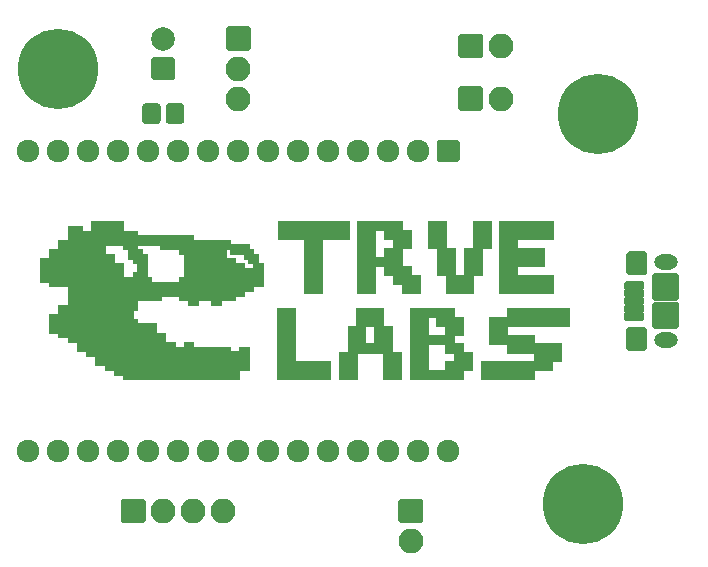
<source format=gbr>
%TF.GenerationSoftware,KiCad,Pcbnew,5.1.10*%
%TF.CreationDate,2021-10-27T21:54:33+02:00*%
%TF.ProjectId,JeanCloud_pcb_regular,4a65616e-436c-46f7-9564-5f7063625f72,rev?*%
%TF.SameCoordinates,Original*%
%TF.FileFunction,Soldermask,Top*%
%TF.FilePolarity,Negative*%
%FSLAX46Y46*%
G04 Gerber Fmt 4.6, Leading zero omitted, Abs format (unit mm)*
G04 Created by KiCad (PCBNEW 5.1.10) date 2021-10-27 21:54:33*
%MOMM*%
%LPD*%
G01*
G04 APERTURE LIST*
%ADD10C,0.010000*%
%ADD11C,6.800000*%
%ADD12C,1.924000*%
%ADD13O,2.000000X1.300000*%
%ADD14O,2.100000X2.100000*%
%ADD15C,2.000000*%
G04 APERTURE END LIST*
D10*
%TO.C,G\u002A\u002A\u002A*%
G36*
X91418834Y-46206834D02*
G01*
X88413167Y-46206834D01*
X88413167Y-46926500D01*
X90656834Y-46926500D01*
X90656834Y-48450500D01*
X88413167Y-48450500D01*
X88413167Y-49191334D01*
X91418834Y-49191334D01*
X91418834Y-50715334D01*
X86889167Y-50715334D01*
X86889167Y-44682834D01*
X91418834Y-44682834D01*
X91418834Y-46206834D01*
G37*
X91418834Y-46206834D02*
X88413167Y-46206834D01*
X88413167Y-46926500D01*
X90656834Y-46926500D01*
X90656834Y-48450500D01*
X88413167Y-48450500D01*
X88413167Y-49191334D01*
X91418834Y-49191334D01*
X91418834Y-50715334D01*
X86889167Y-50715334D01*
X86889167Y-44682834D01*
X91418834Y-44682834D01*
X91418834Y-46206834D01*
G36*
X82401834Y-46926500D02*
G01*
X83142667Y-46926500D01*
X83142667Y-49191334D01*
X83883500Y-49191334D01*
X83883500Y-46926500D01*
X84624334Y-46926500D01*
X84624334Y-44682834D01*
X86148334Y-44682834D01*
X86148334Y-46947667D01*
X85407500Y-46947667D01*
X85407500Y-49212500D01*
X84645500Y-49212500D01*
X84645500Y-50715334D01*
X82380667Y-50715334D01*
X82380667Y-49212500D01*
X81618667Y-49212500D01*
X81618667Y-46947667D01*
X80877834Y-46947667D01*
X80877834Y-44682834D01*
X82401834Y-44682834D01*
X82401834Y-46926500D01*
G37*
X82401834Y-46926500D02*
X83142667Y-46926500D01*
X83142667Y-49191334D01*
X83883500Y-49191334D01*
X83883500Y-46926500D01*
X84624334Y-46926500D01*
X84624334Y-44682834D01*
X86148334Y-44682834D01*
X86148334Y-46947667D01*
X85407500Y-46947667D01*
X85407500Y-49212500D01*
X84645500Y-49212500D01*
X84645500Y-50715334D01*
X82380667Y-50715334D01*
X82380667Y-49212500D01*
X81618667Y-49212500D01*
X81618667Y-46947667D01*
X80877834Y-46947667D01*
X80877834Y-44682834D01*
X82401834Y-44682834D01*
X82401834Y-46926500D01*
G36*
X78655334Y-45423667D02*
G01*
X79396167Y-45423667D01*
X79396167Y-46947667D01*
X78655334Y-46947667D01*
X78655334Y-48429334D01*
X79396167Y-48429334D01*
X79396167Y-49191334D01*
X80158167Y-49191334D01*
X80158167Y-50715334D01*
X78634167Y-50715334D01*
X78634167Y-49953334D01*
X77872167Y-49953334D01*
X77872167Y-49212500D01*
X77131334Y-49212500D01*
X77131334Y-48450500D01*
X76390500Y-48450500D01*
X76390500Y-50715334D01*
X74866500Y-50715334D01*
X74866500Y-45444834D01*
X76390500Y-45444834D01*
X76390500Y-47688500D01*
X77131334Y-47688500D01*
X77131334Y-46926500D01*
X77872167Y-46926500D01*
X77872167Y-46206834D01*
X77131334Y-46206834D01*
X77131334Y-45444834D01*
X76390500Y-45444834D01*
X74866500Y-45444834D01*
X74866500Y-44682834D01*
X78655334Y-44682834D01*
X78655334Y-45423667D01*
G37*
X78655334Y-45423667D02*
X79396167Y-45423667D01*
X79396167Y-46947667D01*
X78655334Y-46947667D01*
X78655334Y-48429334D01*
X79396167Y-48429334D01*
X79396167Y-49191334D01*
X80158167Y-49191334D01*
X80158167Y-50715334D01*
X78634167Y-50715334D01*
X78634167Y-49953334D01*
X77872167Y-49953334D01*
X77872167Y-49212500D01*
X77131334Y-49212500D01*
X77131334Y-48450500D01*
X76390500Y-48450500D01*
X76390500Y-50715334D01*
X74866500Y-50715334D01*
X74866500Y-45444834D01*
X76390500Y-45444834D01*
X76390500Y-47688500D01*
X77131334Y-47688500D01*
X77131334Y-46926500D01*
X77872167Y-46926500D01*
X77872167Y-46206834D01*
X77131334Y-46206834D01*
X77131334Y-45444834D01*
X76390500Y-45444834D01*
X74866500Y-45444834D01*
X74866500Y-44682834D01*
X78655334Y-44682834D01*
X78655334Y-45423667D01*
G36*
X74146834Y-46206834D02*
G01*
X71882000Y-46206834D01*
X71882000Y-50715334D01*
X70358000Y-50715334D01*
X70358000Y-46206834D01*
X68114334Y-46206834D01*
X68114334Y-44682834D01*
X74146834Y-44682834D01*
X74146834Y-46206834D01*
G37*
X74146834Y-46206834D02*
X71882000Y-46206834D01*
X71882000Y-50715334D01*
X70358000Y-50715334D01*
X70358000Y-46206834D01*
X68114334Y-46206834D01*
X68114334Y-44682834D01*
X74146834Y-44682834D01*
X74146834Y-46206834D01*
G36*
X92815834Y-53530500D02*
G01*
X87566500Y-53530500D01*
X87566500Y-54271334D01*
X89810167Y-54271334D01*
X89810167Y-55012167D01*
X92075000Y-55012167D01*
X92075000Y-56536167D01*
X91313000Y-56536167D01*
X91313000Y-57298167D01*
X89810167Y-57298167D01*
X89810167Y-58039000D01*
X85301667Y-58039000D01*
X85301667Y-56515000D01*
X89789000Y-56515000D01*
X89789000Y-55795334D01*
X87545334Y-55795334D01*
X87545334Y-55033334D01*
X86042500Y-55033334D01*
X86042500Y-52768500D01*
X87545334Y-52768500D01*
X87545334Y-52006500D01*
X92815834Y-52006500D01*
X92815834Y-53530500D01*
G37*
X92815834Y-53530500D02*
X87566500Y-53530500D01*
X87566500Y-54271334D01*
X89810167Y-54271334D01*
X89810167Y-55012167D01*
X92075000Y-55012167D01*
X92075000Y-56536167D01*
X91313000Y-56536167D01*
X91313000Y-57298167D01*
X89810167Y-57298167D01*
X89810167Y-58039000D01*
X85301667Y-58039000D01*
X85301667Y-56515000D01*
X89789000Y-56515000D01*
X89789000Y-55795334D01*
X87545334Y-55795334D01*
X87545334Y-55033334D01*
X86042500Y-55033334D01*
X86042500Y-52768500D01*
X87545334Y-52768500D01*
X87545334Y-52006500D01*
X92815834Y-52006500D01*
X92815834Y-53530500D01*
G36*
X83058000Y-52768500D02*
G01*
X83820000Y-52768500D01*
X83820000Y-54292500D01*
X83058000Y-54292500D01*
X83058000Y-55012167D01*
X83820000Y-55012167D01*
X83820000Y-55774167D01*
X84560834Y-55774167D01*
X84560834Y-57298167D01*
X83820000Y-57298167D01*
X83820000Y-58039000D01*
X79290334Y-58039000D01*
X79290334Y-55033334D01*
X80814334Y-55033334D01*
X80814334Y-57277000D01*
X82296000Y-57277000D01*
X82296000Y-56515000D01*
X83036834Y-56515000D01*
X83036834Y-55795334D01*
X82296000Y-55795334D01*
X82296000Y-55033334D01*
X80814334Y-55033334D01*
X79290334Y-55033334D01*
X79290334Y-52789667D01*
X80814334Y-52789667D01*
X80814334Y-54271334D01*
X82296000Y-54271334D01*
X82296000Y-53530500D01*
X81534000Y-53530500D01*
X81534000Y-52789667D01*
X80814334Y-52789667D01*
X79290334Y-52789667D01*
X79290334Y-52006500D01*
X83058000Y-52006500D01*
X83058000Y-52768500D01*
G37*
X83058000Y-52768500D02*
X83820000Y-52768500D01*
X83820000Y-54292500D01*
X83058000Y-54292500D01*
X83058000Y-55012167D01*
X83820000Y-55012167D01*
X83820000Y-55774167D01*
X84560834Y-55774167D01*
X84560834Y-57298167D01*
X83820000Y-57298167D01*
X83820000Y-58039000D01*
X79290334Y-58039000D01*
X79290334Y-55033334D01*
X80814334Y-55033334D01*
X80814334Y-57277000D01*
X82296000Y-57277000D01*
X82296000Y-56515000D01*
X83036834Y-56515000D01*
X83036834Y-55795334D01*
X82296000Y-55795334D01*
X82296000Y-55033334D01*
X80814334Y-55033334D01*
X79290334Y-55033334D01*
X79290334Y-52789667D01*
X80814334Y-52789667D01*
X80814334Y-54271334D01*
X82296000Y-54271334D01*
X82296000Y-53530500D01*
X81534000Y-53530500D01*
X81534000Y-52789667D01*
X80814334Y-52789667D01*
X79290334Y-52789667D01*
X79290334Y-52006500D01*
X83058000Y-52006500D01*
X83058000Y-52768500D01*
G36*
X77046667Y-53509334D02*
G01*
X77808667Y-53509334D01*
X77808667Y-55774167D01*
X78549500Y-55774167D01*
X78549500Y-58039000D01*
X77025500Y-58039000D01*
X77025500Y-55795334D01*
X74803000Y-55795334D01*
X74803000Y-58039000D01*
X73279000Y-58039000D01*
X73279000Y-55774167D01*
X74041000Y-55774167D01*
X74041000Y-53530500D01*
X75543834Y-53530500D01*
X75543834Y-55012167D01*
X76284667Y-55012167D01*
X76284667Y-53530500D01*
X75543834Y-53530500D01*
X74041000Y-53530500D01*
X74041000Y-53509334D01*
X74781834Y-53509334D01*
X74781834Y-52006500D01*
X77046667Y-52006500D01*
X77046667Y-53509334D01*
G37*
X77046667Y-53509334D02*
X77808667Y-53509334D01*
X77808667Y-55774167D01*
X78549500Y-55774167D01*
X78549500Y-58039000D01*
X77025500Y-58039000D01*
X77025500Y-55795334D01*
X74803000Y-55795334D01*
X74803000Y-58039000D01*
X73279000Y-58039000D01*
X73279000Y-55774167D01*
X74041000Y-55774167D01*
X74041000Y-53530500D01*
X75543834Y-53530500D01*
X75543834Y-55012167D01*
X76284667Y-55012167D01*
X76284667Y-53530500D01*
X75543834Y-53530500D01*
X74041000Y-53530500D01*
X74041000Y-53509334D01*
X74781834Y-53509334D01*
X74781834Y-52006500D01*
X77046667Y-52006500D01*
X77046667Y-53509334D01*
G36*
X69553667Y-56515000D02*
G01*
X72559334Y-56515000D01*
X72559334Y-58039000D01*
X68029667Y-58039000D01*
X68029667Y-52006500D01*
X69553667Y-52006500D01*
X69553667Y-56515000D01*
G37*
X69553667Y-56515000D02*
X72559334Y-56515000D01*
X72559334Y-58039000D01*
X68029667Y-58039000D01*
X68029667Y-52006500D01*
X69553667Y-52006500D01*
X69553667Y-56515000D01*
G36*
X55054500Y-45466000D02*
G01*
X56239834Y-45466000D01*
X56239834Y-45847000D01*
X60960000Y-45847000D01*
X60960000Y-46249167D01*
X64092667Y-46249167D01*
X64092667Y-46630167D01*
X65659000Y-46630167D01*
X65659000Y-47032334D01*
X66061167Y-47032334D01*
X66061167Y-47434500D01*
X66463334Y-47434500D01*
X66463334Y-48217667D01*
X66844334Y-48217667D01*
X66844334Y-50186167D01*
X66061167Y-50186167D01*
X66061167Y-50588334D01*
X65278000Y-50588334D01*
X65278000Y-50990500D01*
X64494834Y-50990500D01*
X64494834Y-51371500D01*
X63309500Y-51371500D01*
X63309500Y-51773667D01*
X62505167Y-51773667D01*
X62505167Y-51371500D01*
X61341000Y-51371500D01*
X61341000Y-51773667D01*
X60536667Y-51773667D01*
X60536667Y-51371500D01*
X59753500Y-51371500D01*
X59753500Y-50990500D01*
X58208334Y-50990500D01*
X58208334Y-51371500D01*
X56239834Y-51371500D01*
X56239834Y-52154667D01*
X55858834Y-52154667D01*
X55858834Y-52916667D01*
X56239834Y-52916667D01*
X56239834Y-53318834D01*
X57806167Y-53318834D01*
X57806167Y-54102000D01*
X58589334Y-54102000D01*
X58589334Y-54885167D01*
X59393667Y-54885167D01*
X59393667Y-55287334D01*
X60155667Y-55287334D01*
X60155667Y-54885167D01*
X60960000Y-54885167D01*
X60960000Y-55287334D01*
X64092667Y-55287334D01*
X64092667Y-55668334D01*
X64854667Y-55668334D01*
X64854667Y-55287334D01*
X65659000Y-55287334D01*
X65659000Y-57255834D01*
X64875834Y-57255834D01*
X64875834Y-58039000D01*
X55054500Y-58039000D01*
X55054500Y-57658000D01*
X54250167Y-57658000D01*
X54250167Y-57255834D01*
X53467000Y-57255834D01*
X53467000Y-56874834D01*
X52683834Y-56874834D01*
X52683834Y-56091667D01*
X51900667Y-56091667D01*
X51900667Y-55689500D01*
X51117500Y-55689500D01*
X51117500Y-54906334D01*
X50334334Y-54906334D01*
X50334334Y-54504167D01*
X49551167Y-54504167D01*
X49551167Y-54123167D01*
X48768000Y-54123167D01*
X48768000Y-52535667D01*
X49551167Y-52535667D01*
X49551167Y-51752500D01*
X50334334Y-51752500D01*
X50334334Y-50186167D01*
X48768000Y-50186167D01*
X48768000Y-49805167D01*
X47984834Y-49805167D01*
X47984834Y-47815500D01*
X48768000Y-47815500D01*
X48768000Y-47032334D01*
X49551167Y-47032334D01*
X49551167Y-46651334D01*
X53488167Y-46651334D01*
X53488167Y-47434500D01*
X54271334Y-47434500D01*
X54271334Y-48217667D01*
X55054500Y-48217667D01*
X55054500Y-49381834D01*
X55837667Y-49381834D01*
X55837667Y-49000834D01*
X56218667Y-49000834D01*
X56218667Y-48238834D01*
X55837667Y-48238834D01*
X55837667Y-47836667D01*
X55435500Y-47836667D01*
X55435500Y-47053500D01*
X55054500Y-47053500D01*
X55054500Y-46651334D01*
X56239834Y-46651334D01*
X56239834Y-47032334D01*
X56642000Y-47032334D01*
X56642000Y-47434500D01*
X57023000Y-47434500D01*
X57023000Y-49381834D01*
X57425167Y-49381834D01*
X57425167Y-49784000D01*
X59753500Y-49784000D01*
X59753500Y-49381834D01*
X60155667Y-49381834D01*
X60155667Y-47455667D01*
X59753500Y-47455667D01*
X59753500Y-47053500D01*
X63711667Y-47053500D01*
X63711667Y-47815500D01*
X64494834Y-47815500D01*
X64494834Y-48217667D01*
X65278000Y-48217667D01*
X65278000Y-48598667D01*
X66040000Y-48598667D01*
X66040000Y-48238834D01*
X65637834Y-48238834D01*
X65637834Y-47836667D01*
X65256834Y-47836667D01*
X65256834Y-47455667D01*
X64071500Y-47455667D01*
X64071500Y-47053500D01*
X63711667Y-47053500D01*
X59753500Y-47053500D01*
X58187167Y-47053500D01*
X58187167Y-46651334D01*
X56239834Y-46651334D01*
X55054500Y-46651334D01*
X53488167Y-46651334D01*
X49551167Y-46651334D01*
X49551167Y-46249167D01*
X50334334Y-46249167D01*
X50334334Y-45063834D01*
X51540834Y-45063834D01*
X51540834Y-45466000D01*
X52302834Y-45466000D01*
X52302834Y-44682834D01*
X55054500Y-44682834D01*
X55054500Y-45466000D01*
G37*
X55054500Y-45466000D02*
X56239834Y-45466000D01*
X56239834Y-45847000D01*
X60960000Y-45847000D01*
X60960000Y-46249167D01*
X64092667Y-46249167D01*
X64092667Y-46630167D01*
X65659000Y-46630167D01*
X65659000Y-47032334D01*
X66061167Y-47032334D01*
X66061167Y-47434500D01*
X66463334Y-47434500D01*
X66463334Y-48217667D01*
X66844334Y-48217667D01*
X66844334Y-50186167D01*
X66061167Y-50186167D01*
X66061167Y-50588334D01*
X65278000Y-50588334D01*
X65278000Y-50990500D01*
X64494834Y-50990500D01*
X64494834Y-51371500D01*
X63309500Y-51371500D01*
X63309500Y-51773667D01*
X62505167Y-51773667D01*
X62505167Y-51371500D01*
X61341000Y-51371500D01*
X61341000Y-51773667D01*
X60536667Y-51773667D01*
X60536667Y-51371500D01*
X59753500Y-51371500D01*
X59753500Y-50990500D01*
X58208334Y-50990500D01*
X58208334Y-51371500D01*
X56239834Y-51371500D01*
X56239834Y-52154667D01*
X55858834Y-52154667D01*
X55858834Y-52916667D01*
X56239834Y-52916667D01*
X56239834Y-53318834D01*
X57806167Y-53318834D01*
X57806167Y-54102000D01*
X58589334Y-54102000D01*
X58589334Y-54885167D01*
X59393667Y-54885167D01*
X59393667Y-55287334D01*
X60155667Y-55287334D01*
X60155667Y-54885167D01*
X60960000Y-54885167D01*
X60960000Y-55287334D01*
X64092667Y-55287334D01*
X64092667Y-55668334D01*
X64854667Y-55668334D01*
X64854667Y-55287334D01*
X65659000Y-55287334D01*
X65659000Y-57255834D01*
X64875834Y-57255834D01*
X64875834Y-58039000D01*
X55054500Y-58039000D01*
X55054500Y-57658000D01*
X54250167Y-57658000D01*
X54250167Y-57255834D01*
X53467000Y-57255834D01*
X53467000Y-56874834D01*
X52683834Y-56874834D01*
X52683834Y-56091667D01*
X51900667Y-56091667D01*
X51900667Y-55689500D01*
X51117500Y-55689500D01*
X51117500Y-54906334D01*
X50334334Y-54906334D01*
X50334334Y-54504167D01*
X49551167Y-54504167D01*
X49551167Y-54123167D01*
X48768000Y-54123167D01*
X48768000Y-52535667D01*
X49551167Y-52535667D01*
X49551167Y-51752500D01*
X50334334Y-51752500D01*
X50334334Y-50186167D01*
X48768000Y-50186167D01*
X48768000Y-49805167D01*
X47984834Y-49805167D01*
X47984834Y-47815500D01*
X48768000Y-47815500D01*
X48768000Y-47032334D01*
X49551167Y-47032334D01*
X49551167Y-46651334D01*
X53488167Y-46651334D01*
X53488167Y-47434500D01*
X54271334Y-47434500D01*
X54271334Y-48217667D01*
X55054500Y-48217667D01*
X55054500Y-49381834D01*
X55837667Y-49381834D01*
X55837667Y-49000834D01*
X56218667Y-49000834D01*
X56218667Y-48238834D01*
X55837667Y-48238834D01*
X55837667Y-47836667D01*
X55435500Y-47836667D01*
X55435500Y-47053500D01*
X55054500Y-47053500D01*
X55054500Y-46651334D01*
X56239834Y-46651334D01*
X56239834Y-47032334D01*
X56642000Y-47032334D01*
X56642000Y-47434500D01*
X57023000Y-47434500D01*
X57023000Y-49381834D01*
X57425167Y-49381834D01*
X57425167Y-49784000D01*
X59753500Y-49784000D01*
X59753500Y-49381834D01*
X60155667Y-49381834D01*
X60155667Y-47455667D01*
X59753500Y-47455667D01*
X59753500Y-47053500D01*
X63711667Y-47053500D01*
X63711667Y-47815500D01*
X64494834Y-47815500D01*
X64494834Y-48217667D01*
X65278000Y-48217667D01*
X65278000Y-48598667D01*
X66040000Y-48598667D01*
X66040000Y-48238834D01*
X65637834Y-48238834D01*
X65637834Y-47836667D01*
X65256834Y-47836667D01*
X65256834Y-47455667D01*
X64071500Y-47455667D01*
X64071500Y-47053500D01*
X63711667Y-47053500D01*
X59753500Y-47053500D01*
X58187167Y-47053500D01*
X58187167Y-46651334D01*
X56239834Y-46651334D01*
X55054500Y-46651334D01*
X53488167Y-46651334D01*
X49551167Y-46651334D01*
X49551167Y-46249167D01*
X50334334Y-46249167D01*
X50334334Y-45063834D01*
X51540834Y-45063834D01*
X51540834Y-45466000D01*
X52302834Y-45466000D01*
X52302834Y-44682834D01*
X55054500Y-44682834D01*
X55054500Y-45466000D01*
%TD*%
D11*
%TO.C, *%
X93980000Y-68580000D03*
%TD*%
%TO.C, *%
X49530000Y-31750000D03*
%TD*%
%TO.C, *%
X95250000Y-35560000D03*
%TD*%
%TO.C, *%
G36*
G01*
X81788000Y-37773000D02*
X83312000Y-37773000D01*
G75*
G02*
X83512000Y-37973000I0J-200000D01*
G01*
X83512000Y-39497000D01*
G75*
G02*
X83312000Y-39697000I-200000J0D01*
G01*
X81788000Y-39697000D01*
G75*
G02*
X81588000Y-39497000I0J200000D01*
G01*
X81588000Y-37973000D01*
G75*
G02*
X81788000Y-37773000I200000J0D01*
G01*
G37*
D12*
X80010000Y-38735000D03*
X77470000Y-38735000D03*
X74930000Y-38735000D03*
X72390000Y-38735000D03*
X69850000Y-38735000D03*
X67310000Y-38735000D03*
X64770000Y-38735000D03*
X62230000Y-38735000D03*
X59690000Y-38735000D03*
X57150000Y-38735000D03*
X54610000Y-38735000D03*
X52070000Y-38735000D03*
X49530000Y-38735000D03*
X46990000Y-38735000D03*
X46990000Y-64135000D03*
X49530000Y-64135000D03*
X52070000Y-64135000D03*
X54610000Y-64135000D03*
X57150000Y-64135000D03*
X59690000Y-64135000D03*
X62230000Y-64135000D03*
X64770000Y-64135000D03*
X67310000Y-64135000D03*
X69850000Y-64135000D03*
X72390000Y-64135000D03*
X74930000Y-64135000D03*
X77470000Y-64135000D03*
X80010000Y-64135000D03*
X82550000Y-64135000D03*
%TD*%
%TO.C,J1*%
G36*
G01*
X98965000Y-51835000D02*
X97615000Y-51835000D01*
G75*
G02*
X97415000Y-51635000I0J200000D01*
G01*
X97415000Y-51235000D01*
G75*
G02*
X97615000Y-51035000I200000J0D01*
G01*
X98965000Y-51035000D01*
G75*
G02*
X99165000Y-51235000I0J-200000D01*
G01*
X99165000Y-51635000D01*
G75*
G02*
X98965000Y-51835000I-200000J0D01*
G01*
G37*
G36*
G01*
X98965000Y-51185000D02*
X97615000Y-51185000D01*
G75*
G02*
X97415000Y-50985000I0J200000D01*
G01*
X97415000Y-50585000D01*
G75*
G02*
X97615000Y-50385000I200000J0D01*
G01*
X98965000Y-50385000D01*
G75*
G02*
X99165000Y-50585000I0J-200000D01*
G01*
X99165000Y-50985000D01*
G75*
G02*
X98965000Y-51185000I-200000J0D01*
G01*
G37*
G36*
G01*
X98965000Y-50535000D02*
X97615000Y-50535000D01*
G75*
G02*
X97415000Y-50335000I0J200000D01*
G01*
X97415000Y-49935000D01*
G75*
G02*
X97615000Y-49735000I200000J0D01*
G01*
X98965000Y-49735000D01*
G75*
G02*
X99165000Y-49935000I0J-200000D01*
G01*
X99165000Y-50335000D01*
G75*
G02*
X98965000Y-50535000I-200000J0D01*
G01*
G37*
G36*
G01*
X98965000Y-52485000D02*
X97615000Y-52485000D01*
G75*
G02*
X97415000Y-52285000I0J200000D01*
G01*
X97415000Y-51885000D01*
G75*
G02*
X97615000Y-51685000I200000J0D01*
G01*
X98965000Y-51685000D01*
G75*
G02*
X99165000Y-51885000I0J-200000D01*
G01*
X99165000Y-52285000D01*
G75*
G02*
X98965000Y-52485000I-200000J0D01*
G01*
G37*
G36*
G01*
X98965000Y-53135000D02*
X97615000Y-53135000D01*
G75*
G02*
X97415000Y-52935000I0J200000D01*
G01*
X97415000Y-52535000D01*
G75*
G02*
X97615000Y-52335000I200000J0D01*
G01*
X98965000Y-52335000D01*
G75*
G02*
X99165000Y-52535000I0J-200000D01*
G01*
X99165000Y-52935000D01*
G75*
G02*
X98965000Y-53135000I-200000J0D01*
G01*
G37*
D13*
X100965000Y-48135000D03*
X100965000Y-54735000D03*
G36*
G01*
X99215000Y-55635000D02*
X97815000Y-55635000D01*
G75*
G02*
X97615000Y-55435000I0J200000D01*
G01*
X97615000Y-53835000D01*
G75*
G02*
X97815000Y-53635000I200000J0D01*
G01*
X99215000Y-53635000D01*
G75*
G02*
X99415000Y-53835000I0J-200000D01*
G01*
X99415000Y-55435000D01*
G75*
G02*
X99215000Y-55635000I-200000J0D01*
G01*
G37*
G36*
G01*
X99215000Y-49235000D02*
X97815000Y-49235000D01*
G75*
G02*
X97615000Y-49035000I0J200000D01*
G01*
X97615000Y-47435000D01*
G75*
G02*
X97815000Y-47235000I200000J0D01*
G01*
X99215000Y-47235000D01*
G75*
G02*
X99415000Y-47435000I0J-200000D01*
G01*
X99415000Y-49035000D01*
G75*
G02*
X99215000Y-49235000I-200000J0D01*
G01*
G37*
G36*
G01*
X101915000Y-53785000D02*
X100015000Y-53785000D01*
G75*
G02*
X99815000Y-53585000I0J200000D01*
G01*
X99815000Y-51685000D01*
G75*
G02*
X100015000Y-51485000I200000J0D01*
G01*
X101915000Y-51485000D01*
G75*
G02*
X102115000Y-51685000I0J-200000D01*
G01*
X102115000Y-53585000D01*
G75*
G02*
X101915000Y-53785000I-200000J0D01*
G01*
G37*
G36*
G01*
X101915000Y-51385000D02*
X100015000Y-51385000D01*
G75*
G02*
X99815000Y-51185000I0J200000D01*
G01*
X99815000Y-49285000D01*
G75*
G02*
X100015000Y-49085000I200000J0D01*
G01*
X101915000Y-49085000D01*
G75*
G02*
X102115000Y-49285000I0J-200000D01*
G01*
X102115000Y-51185000D01*
G75*
G02*
X101915000Y-51385000I-200000J0D01*
G01*
G37*
%TD*%
%TO.C,J2*%
G36*
G01*
X56730000Y-70265000D02*
X55030000Y-70265000D01*
G75*
G02*
X54830000Y-70065000I0J200000D01*
G01*
X54830000Y-68365000D01*
G75*
G02*
X55030000Y-68165000I200000J0D01*
G01*
X56730000Y-68165000D01*
G75*
G02*
X56930000Y-68365000I0J-200000D01*
G01*
X56930000Y-70065000D01*
G75*
G02*
X56730000Y-70265000I-200000J0D01*
G01*
G37*
D14*
X58420000Y-69215000D03*
X60960000Y-69215000D03*
X63500000Y-69215000D03*
%TD*%
%TO.C,J3*%
G36*
G01*
X63720000Y-30060000D02*
X63720000Y-28360000D01*
G75*
G02*
X63920000Y-28160000I200000J0D01*
G01*
X65620000Y-28160000D01*
G75*
G02*
X65820000Y-28360000I0J-200000D01*
G01*
X65820000Y-30060000D01*
G75*
G02*
X65620000Y-30260000I-200000J0D01*
G01*
X63920000Y-30260000D01*
G75*
G02*
X63720000Y-30060000I0J200000D01*
G01*
G37*
X64770000Y-31750000D03*
X64770000Y-34290000D03*
%TD*%
%TO.C,J4*%
G36*
G01*
X78325000Y-70065000D02*
X78325000Y-68365000D01*
G75*
G02*
X78525000Y-68165000I200000J0D01*
G01*
X80225000Y-68165000D01*
G75*
G02*
X80425000Y-68365000I0J-200000D01*
G01*
X80425000Y-70065000D01*
G75*
G02*
X80225000Y-70265000I-200000J0D01*
G01*
X78525000Y-70265000D01*
G75*
G02*
X78325000Y-70065000I0J200000D01*
G01*
G37*
X79375000Y-71755000D03*
%TD*%
%TO.C,J5*%
X86995000Y-29845000D03*
G36*
G01*
X85305000Y-30895000D02*
X83605000Y-30895000D01*
G75*
G02*
X83405000Y-30695000I0J200000D01*
G01*
X83405000Y-28995000D01*
G75*
G02*
X83605000Y-28795000I200000J0D01*
G01*
X85305000Y-28795000D01*
G75*
G02*
X85505000Y-28995000I0J-200000D01*
G01*
X85505000Y-30695000D01*
G75*
G02*
X85305000Y-30895000I-200000J0D01*
G01*
G37*
%TD*%
%TO.C,J6*%
G36*
G01*
X85305000Y-35340000D02*
X83605000Y-35340000D01*
G75*
G02*
X83405000Y-35140000I0J200000D01*
G01*
X83405000Y-33440000D01*
G75*
G02*
X83605000Y-33240000I200000J0D01*
G01*
X85305000Y-33240000D01*
G75*
G02*
X85505000Y-33440000I0J-200000D01*
G01*
X85505000Y-35140000D01*
G75*
G02*
X85305000Y-35340000I-200000J0D01*
G01*
G37*
X86995000Y-34290000D03*
%TD*%
%TO.C,C1*%
G36*
G01*
X59220000Y-32750000D02*
X57620000Y-32750000D01*
G75*
G02*
X57420000Y-32550000I0J200000D01*
G01*
X57420000Y-30950000D01*
G75*
G02*
X57620000Y-30750000I200000J0D01*
G01*
X59220000Y-30750000D01*
G75*
G02*
X59420000Y-30950000I0J-200000D01*
G01*
X59420000Y-32550000D01*
G75*
G02*
X59220000Y-32750000I-200000J0D01*
G01*
G37*
D15*
X58420000Y-29250000D03*
%TD*%
%TO.C,R1*%
G36*
G01*
X60220000Y-34993332D02*
X60220000Y-36126668D01*
G75*
G02*
X59886668Y-36460000I-333332J0D01*
G01*
X58953332Y-36460000D01*
G75*
G02*
X58620000Y-36126668I0J333332D01*
G01*
X58620000Y-34993332D01*
G75*
G02*
X58953332Y-34660000I333332J0D01*
G01*
X59886668Y-34660000D01*
G75*
G02*
X60220000Y-34993332I0J-333332D01*
G01*
G37*
G36*
G01*
X58220000Y-34993332D02*
X58220000Y-36126668D01*
G75*
G02*
X57886668Y-36460000I-333332J0D01*
G01*
X56953332Y-36460000D01*
G75*
G02*
X56620000Y-36126668I0J333332D01*
G01*
X56620000Y-34993332D01*
G75*
G02*
X56953332Y-34660000I333332J0D01*
G01*
X57886668Y-34660000D01*
G75*
G02*
X58220000Y-34993332I0J-333332D01*
G01*
G37*
%TD*%
M02*

</source>
